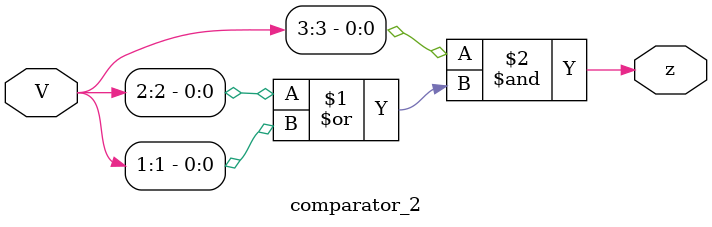
<source format=v>
module comparator_2 (V, z);
  input [3:0] V;
  output z;
  assign z = (V[3] & (V[2] | V[1]));
endmodule
</source>
